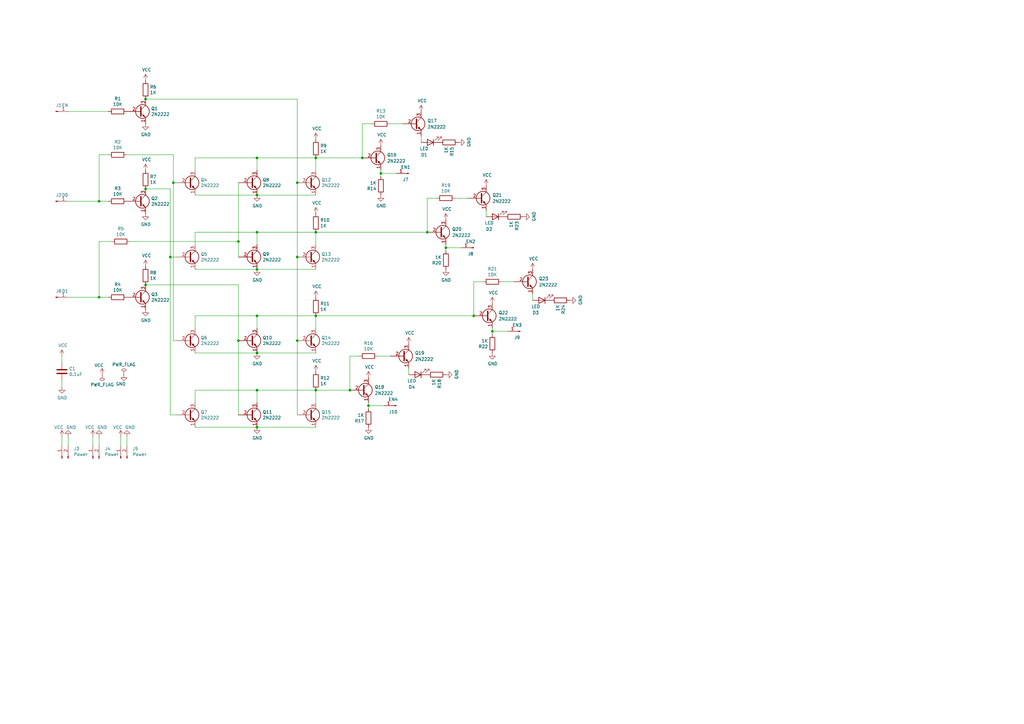
<source format=kicad_sch>
(kicad_sch (version 20230121) (generator eeschema)
  (paper "A3")
  (title_block (title "Transistor 2-to-4 Selector") (date "2023-09-12") (rev "3"))
  (lib_symbols
    (symbol "2n2222:2N2222" (pin_names (offset 0) hide)
      (property "Reference" "Q" (at 5.08 1.905 0))
      (property "Value" "2N2222" (at 5.08 0 0))
      (symbol "2N2222_0_1"
        (polyline (pts (xy 0.635 0.635) (xy 2.54 2.54)))
        (polyline (pts (xy 0.635 -0.635) (xy 2.54 -2.54) (xy 2.54 -2.54)))
        (polyline (pts (xy 0.635 1.905) (xy 0.635 -1.905) (xy 0.635 -1.905)) (stroke (width 0.508)))
        (polyline (pts (xy 1.27 -1.778) (xy 1.778 -1.27) (xy 2.286 -2.286) (xy 1.27 -1.778) (xy 1.27 -1.778)) (fill (type outline)))
        (circle (center 1.27 0) (radius 2.8194) (stroke (width 0.254)))
      )
      (symbol "2N2222_1_1"
        (pin passive line (at 2.54 -5.08 90) (length 2.54) (name "E") (number "1"))
        (pin passive line (at -5.08 0 0) (length 5.715) (name "B") (number "2"))
        (pin passive line (at 2.54 5.08 270) (length 2.54) (name "C") (number "3"))
      )
    )
    (symbol "Connector:Conn_01x01_Pin" (pin_names (offset 1.016) hide)
      (property "Reference" "J" (at 0 2.54 0))
      (property "Value" "Conn_01x01_Pin" (at 0 -2.54 0))
      (symbol "Conn_01x01_Pin_1_1"
        (polyline (pts (xy 1.27 0) (xy 0.8636 0)) (stroke (width 0.1524)))
        (rectangle (start 0.8636 0.127) (end 0 -0.127) (stroke (width 0.1524)) (fill (type outline)))
        (pin passive line (at 5.08 0 180) (length 3.81) (name "Pin_1") (number "1"))
      )
    )
    (symbol "Connector:Conn_01x02_Pin" (pin_names (offset 1.016) hide)
      (property "Reference" "J" (at 0 2.54 0))
      (property "Value" "Conn_01x02_Pin" (at 0 -5.08 0))
      (symbol "Conn_01x02_Pin_1_1"
        (polyline (pts (xy 1.27 -2.54) (xy 0.8636 -2.54)) (stroke (width 0.1524)))
        (polyline (pts (xy 1.27 0) (xy 0.8636 0)) (stroke (width 0.1524)))
        (rectangle (start 0.8636 -2.413) (end 0 -2.667) (stroke (width 0.1524)) (fill (type outline)))
        (rectangle (start 0.8636 0.127) (end 0 -0.127) (stroke (width 0.1524)) (fill (type outline)))
        (pin passive line (at 5.08 0 180) (length 3.81) (name "Pin_1") (number "1"))
        (pin passive line (at 5.08 -2.54 180) (length 3.81) (name "Pin_2") (number "2"))
      )
    )
    (symbol "Device:C" (pin_numbers hide) (pin_names (offset 0.254))
      (property "Reference" "C" (at 0.635 2.54 0))
      (property "Value" "C" (at 0.635 -2.54 0))
      (symbol "C_0_1"
        (polyline (pts (xy -2.032 -0.762) (xy 2.032 -0.762)) (stroke (width 0.508)))
        (polyline (pts (xy -2.032 0.762) (xy 2.032 0.762)) (stroke (width 0.508)))
      )
      (symbol "C_1_1"
        (pin passive line (at 0 3.81 270) (length 2.794) (name "~") (number "1"))
        (pin passive line (at 0 -3.81 90) (length 2.794) (name "~") (number "2"))
      )
    )
    (symbol "Device:LED" (pin_numbers hide) (pin_names (offset 1.016) hide)
      (property "Reference" "D" (at 0 2.54 0))
      (property "Value" "LED" (at 0 -2.54 0))
      (symbol "LED_0_1"
        (polyline (pts (xy -1.27 -1.27) (xy -1.27 1.27)) (stroke (width 0.254)))
        (polyline (pts (xy -1.27 0) (xy 1.27 0)))
        (polyline (pts (xy 1.27 -1.27) (xy 1.27 1.27) (xy -1.27 0) (xy 1.27 -1.27)) (stroke (width 0.254)))
        (polyline (pts (xy -3.048 -0.762) (xy -4.572 -2.286) (xy -3.81 -2.286) (xy -4.572 -2.286) (xy -4.572 -1.524)))
        (polyline (pts (xy -1.778 -0.762) (xy -3.302 -2.286) (xy -2.54 -2.286) (xy -3.302 -2.286) (xy -3.302 -1.524)))
      )
      (symbol "LED_1_1"
        (pin passive line (at -3.81 0 0) (length 2.54) (name "K") (number "1"))
        (pin passive line (at 3.81 0 180) (length 2.54) (name "A") (number "2"))
      )
    )
    (symbol "Device:R" (pin_numbers hide) (pin_names (offset 0))
      (property "Reference" "R" (at 2.032 0 90))
      (property "Value" "R" (at 0 0 90))
      (symbol "R_0_1"
        (rectangle (start -1.016 -2.54) (end 1.016 2.54) (stroke (width 0.254)))
      )
      (symbol "R_1_1"
        (pin passive line (at 0 3.81 270) (length 1.27) (name "~") (number "1"))
        (pin passive line (at 0 -3.81 90) (length 1.27) (name "~") (number "2"))
      )
    )
    (symbol "power:GND" (power) (pin_names (offset 0))
      (property "Value" "GND" (at 0 -3.81 0))
      (symbol "GND_0_1"
        (polyline (pts (xy 0 0) (xy 0 -1.27) (xy 1.27 -1.27) (xy 0 -2.54) (xy -1.27 -1.27) (xy 0 -1.27)))
      )
      (symbol "GND_1_1"
        (pin power_in line (at 0 0 270) (length 0) hide (name "GND") (number "1"))
      )
    )
    (symbol "power:PWR_FLAG" (power) (pin_numbers hide) (pin_names (offset 0) hide)
      (property "Value" "PWR_FLAG" (at 0 3.81 0))
      (symbol "PWR_FLAG_0_0"
        (pin power_out line (at 0 0 90) (length 0) (name "pwr") (number "1"))
      )
      (symbol "PWR_FLAG_0_1"
        (polyline (pts (xy 0 0) (xy 0 1.27) (xy -1.016 1.905) (xy 0 2.54) (xy 1.016 1.905) (xy 0 1.27)))
      )
    )
    (symbol "power:VCC" (power) (pin_names (offset 0))
      (property "Value" "VCC" (at 0 3.81 0))
      (symbol "VCC_0_1"
        (polyline (pts (xy -0.762 1.27) (xy 0 2.54)))
        (polyline (pts (xy 0 0) (xy 0 2.54)))
        (polyline (pts (xy 0 2.54) (xy 0.762 1.27)))
      )
      (symbol "VCC_1_1"
        (pin power_in line (at 0 0 90) (length 0) hide (name "VCC") (number "1"))
      )
    )
  )
  (junction (at 71.12 74.93))
  (junction (at 97.79 99.06))
  (junction (at 40.64 121.92))
  (junction (at 201.93 135.89))
  (junction (at 105.41 80.01))
  (junction (at 151.13 166.37))
  (junction (at 59.69 40.64))
  (junction (at 129.54 64.77))
  (junction (at 148.59 64.77))
  (junction (at 121.92 139.7))
  (junction (at 194.31 129.54))
  (junction (at 105.41 95.25))
  (junction (at 121.92 74.93))
  (junction (at 105.41 144.78))
  (junction (at 105.41 64.77))
  (junction (at 105.41 175.26))
  (junction (at 129.54 160.02))
  (junction (at 143.51 160.02))
  (junction (at 105.41 129.54))
  (junction (at 182.88 101.6))
  (junction (at 97.79 139.7))
  (junction (at 129.54 129.54))
  (junction (at 105.41 110.49))
  (junction (at 129.54 95.25))
  (junction (at 40.64 82.55))
  (junction (at 175.26 95.25))
  (junction (at 59.69 116.84))
  (junction (at 105.41 160.02))
  (junction (at 69.85 105.41))
  (junction (at 59.69 77.47))
  (junction (at 156.21 71.12))
  (junction (at 121.92 105.41))
  (wire (pts (xy 156.21 69.85) (xy 156.21 71.12)))
  (wire (pts (xy 201.93 135.89) (xy 208.28 135.89)))
  (wire (pts (xy 194.31 129.54) (xy 194.31 115.57)))
  (wire (pts (xy 80.01 64.77) (xy 105.41 64.77)))
  (wire (pts (xy 71.12 74.93) (xy 71.12 139.7)))
  (wire (pts (xy 53.34 99.06) (xy 97.79 99.06)))
  (wire (pts (xy 25.4 182.88) (xy 25.4 179.07)))
  (wire (pts (xy 38.1 179.07) (xy 38.1 182.88)))
  (wire (pts (xy 59.69 77.47) (xy 69.85 77.47)))
  (wire (pts (xy 105.41 95.25) (xy 129.54 95.25)))
  (wire (pts (xy 199.39 86.36) (xy 199.39 88.9)))
  (wire (pts (xy 80.01 69.85) (xy 80.01 64.77)))
  (wire (pts (xy 80.01 134.62) (xy 80.01 129.54)))
  (wire (pts (xy 143.51 146.05) (xy 147.32 146.05)))
  (wire (pts (xy 27.94 182.88) (xy 27.94 179.07)))
  (wire (pts (xy 121.92 139.7) (xy 121.92 170.18)))
  (wire (pts (xy 97.79 116.84) (xy 97.79 139.7)))
  (wire (pts (xy 69.85 105.41) (xy 72.39 105.41)))
  (wire (pts (xy 129.54 129.54) (xy 194.31 129.54)))
  (wire (pts (xy 105.41 144.78) (xy 129.54 144.78)))
  (wire (pts (xy 97.79 139.7) (xy 97.79 170.18)))
  (wire (pts (xy 40.64 121.92) (xy 44.45 121.92)))
  (wire (pts (xy 121.92 105.41) (xy 121.92 139.7)))
  (wire (pts (xy 105.41 80.01) (xy 129.54 80.01)))
  (wire (pts (xy 105.41 69.85) (xy 105.41 64.77)))
  (wire (pts (xy 27.94 45.72) (xy 44.45 45.72)))
  (wire (pts (xy 52.07 182.88) (xy 52.07 179.07)))
  (wire (pts (xy 151.13 166.37) (xy 157.48 166.37)))
  (wire (pts (xy 129.54 95.25) (xy 129.54 100.33)))
  (wire (pts (xy 80.01 95.25) (xy 105.41 95.25)))
  (wire (pts (xy 151.13 165.1) (xy 151.13 166.37)))
  (wire (pts (xy 80.01 129.54) (xy 105.41 129.54)))
  (wire (pts (xy 148.59 64.77) (xy 148.59 50.8)))
  (wire (pts (xy 129.54 64.77) (xy 148.59 64.77)))
  (wire (pts (xy 80.01 160.02) (xy 105.41 160.02)))
  (wire (pts (xy 156.21 71.12) (xy 162.56 71.12)))
  (wire (pts (xy 80.01 80.01) (xy 105.41 80.01)))
  (wire (pts (xy 80.01 175.26) (xy 105.41 175.26)))
  (wire (pts (xy 172.72 55.88) (xy 172.72 58.42)))
  (wire (pts (xy 121.92 40.64) (xy 121.92 74.93)))
  (wire (pts (xy 105.41 129.54) (xy 129.54 129.54)))
  (wire (pts (xy 105.41 100.33) (xy 105.41 95.25)))
  (wire (pts (xy 40.64 63.5) (xy 40.64 82.55)))
  (wire (pts (xy 25.4 146.05) (xy 25.4 148.59)))
  (wire (pts (xy 71.12 139.7) (xy 72.39 139.7)))
  (wire (pts (xy 44.45 63.5) (xy 40.64 63.5)))
  (wire (pts (xy 186.69 81.28) (xy 191.77 81.28)))
  (wire (pts (xy 194.31 115.57) (xy 198.12 115.57)))
  (wire (pts (xy 40.64 82.55) (xy 44.45 82.55)))
  (wire (pts (xy 97.79 99.06) (xy 97.79 105.41)))
  (wire (pts (xy 175.26 81.28) (xy 179.07 81.28)))
  (wire (pts (xy 27.94 121.92) (xy 40.64 121.92)))
  (wire (pts (xy 105.41 64.77) (xy 129.54 64.77)))
  (wire (pts (xy 80.01 165.1) (xy 80.01 160.02)))
  (wire (pts (xy 105.41 175.26) (xy 129.54 175.26)))
  (wire (pts (xy 105.41 110.49) (xy 129.54 110.49)))
  (wire (pts (xy 129.54 95.25) (xy 175.26 95.25)))
  (wire (pts (xy 121.92 40.64) (xy 59.69 40.64)))
  (wire (pts (xy 201.93 134.62) (xy 201.93 135.89)))
  (wire (pts (xy 167.64 151.13) (xy 167.64 153.67)))
  (wire (pts (xy 148.59 50.8) (xy 152.4 50.8)))
  (wire (pts (xy 105.41 165.1) (xy 105.41 160.02)))
  (wire (pts (xy 218.44 120.65) (xy 218.44 123.19)))
  (wire (pts (xy 80.01 144.78) (xy 105.41 144.78)))
  (wire (pts (xy 151.13 166.37) (xy 151.13 167.64)))
  (wire (pts (xy 40.64 182.88) (xy 40.64 179.07)))
  (wire (pts (xy 49.53 179.07) (xy 49.53 182.88)))
  (wire (pts (xy 143.51 160.02) (xy 143.51 146.05)))
  (wire (pts (xy 97.79 74.93) (xy 97.79 99.06)))
  (wire (pts (xy 175.26 95.25) (xy 175.26 81.28)))
  (wire (pts (xy 182.88 100.33) (xy 182.88 101.6)))
  (wire (pts (xy 201.93 135.89) (xy 201.93 137.16)))
  (wire (pts (xy 71.12 63.5) (xy 71.12 74.93)))
  (wire (pts (xy 121.92 74.93) (xy 121.92 105.41)))
  (wire (pts (xy 156.21 71.12) (xy 156.21 72.39)))
  (wire (pts (xy 80.01 110.49) (xy 105.41 110.49)))
  (wire (pts (xy 97.79 116.84) (xy 59.69 116.84)))
  (wire (pts (xy 71.12 74.93) (xy 72.39 74.93)))
  (wire (pts (xy 52.07 63.5) (xy 71.12 63.5)))
  (wire (pts (xy 40.64 99.06) (xy 40.64 121.92)))
  (wire (pts (xy 80.01 100.33) (xy 80.01 95.25)))
  (wire (pts (xy 154.94 146.05) (xy 160.02 146.05)))
  (wire (pts (xy 105.41 134.62) (xy 105.41 129.54)))
  (wire (pts (xy 69.85 170.18) (xy 72.39 170.18)))
  (wire (pts (xy 182.88 101.6) (xy 189.23 101.6)))
  (wire (pts (xy 40.64 99.06) (xy 45.72 99.06)))
  (wire (pts (xy 69.85 77.47) (xy 69.85 105.41)))
  (wire (pts (xy 129.54 160.02) (xy 129.54 165.1)))
  (wire (pts (xy 129.54 64.77) (xy 129.54 69.85)))
  (wire (pts (xy 129.54 160.02) (xy 143.51 160.02)))
  (wire (pts (xy 182.88 101.6) (xy 182.88 102.87)))
  (wire (pts (xy 160.02 50.8) (xy 165.1 50.8)))
  (wire (pts (xy 129.54 129.54) (xy 129.54 134.62)))
  (wire (pts (xy 105.41 160.02) (xy 129.54 160.02)))
  (wire (pts (xy 25.4 156.21) (xy 25.4 158.75)))
  (wire (pts (xy 69.85 105.41) (xy 69.85 170.18)))
  (wire (pts (xy 27.94 82.55) (xy 40.64 82.55)))
  (wire (pts (xy 205.74 115.57) (xy 210.82 115.57)))
  (symbol (lib_id "Connector:Conn_01x01_Pin") (at 22.86 82.55 0) (unit 1)
    (property "Reference" "J2" (at 24.13 80.01 0))
    (property "Value" "D0" (at 26.67 80.01 0))
    (property "Footprint" "Connector_PinHeader_2.54mm:PinHeader_1x01_P2.54mm_Vertical" (effects hide))
  )
  (symbol (lib_id "Device:R") (at 48.26 82.55 270) (unit 1)
    (property "Reference" "R3" (at 48.26 77.2922 90))
    (property "Value" "10K" (at 48.26 79.6036 90))
    (property "Footprint" "Resistor_THT:R_Axial_DIN0309_L9.0mm_D3.2mm_P12.70mm_Horizontal" (effects hide))
  )
  (symbol (lib_id "2n2222:2N2222") (at 57.15 82.55 0) (unit 1)
    (property "Reference" "Q2" (at 61.976 81.3816 0) (effects (justify left)))
    (property "Value" "2N2222" (at 61.976 83.693 0) (effects (justify left)))
    (property "Footprint" "Package_TO_SOT_THT:TO-92_Inline" (effects hide))
    (property "Datasheet" "https://www.fairchildsemi.com/datasheets/2N/2N3904.pdf" (effects hide))
  )
  (symbol (lib_id "Connector:Conn_01x02_Pin") (at 38.1 187.96 90) (unit 1)
    (property "Reference" "J4" (at 42.8752 184.0484 90) (effects (justify right)))
    (property "Value" "Power" (at 42.8752 186.3598 90) (effects (justify right)))
    (property "Footprint" "Connector_PinHeader_2.54mm:PinHeader_1x02_P2.54mm_Vertical" (effects hide))
  )
  (symbol (lib_id "Device:R") (at 59.69 73.66 0) (unit 1)
    (property "Reference" "R7" (at 61.468 72.4916 0) (effects (justify left)))
    (property "Value" "1K" (at 61.468 74.803 0) (effects (justify left)))
    (property "Footprint" "Resistor_THT:R_Axial_DIN0309_L9.0mm_D3.2mm_P12.70mm_Horizontal" (effects hide))
  )
  (symbol (lib_id "Connector:Conn_01x02_Pin") (at 49.53 187.96 90) (unit 1)
    (property "Reference" "J5" (at 54.3052 184.0484 90) (effects (justify right)))
    (property "Value" "Power" (at 54.3052 186.3598 90) (effects (justify right)))
    (property "Footprint" "Connector_PinHeader_2.54mm:PinHeader_1x02_P2.54mm_Vertical" (effects hide))
  )
  (symbol (lib_id "power:VCC") (at 59.69 69.85 0) (unit 1)
    (property "Reference" "#PWR011" (effects hide))
    (property "Value" "VCC" (at 60.1218 65.4558 0))
  )
  (symbol (lib_id "power:GND") (at 40.64 179.07 180) (unit 1)
    (property "Reference" "#PWR06" (effects hide))
    (property "Value" "GND" (at 41.91 175.26 0))
  )
  (symbol (lib_id "power:GND") (at 59.69 87.63 0) (unit 1)
    (property "Reference" "#PWR012" (effects hide))
    (property "Value" "GND" (at 59.817 92.0242 0))
  )
  (symbol (lib_id "power:GND") (at 52.07 179.07 180) (unit 1)
    (property "Reference" "#PWR08" (effects hide))
    (property "Value" "GND" (at 53.34 175.26 0))
  )
  (symbol (lib_id "power:VCC") (at 38.1 179.07 0) (unit 1)
    (property "Reference" "#PWR05" (effects hide))
    (property "Value" "VCC" (at 36.83 175.26 0))
  )
  (symbol (lib_id "power:VCC") (at 49.53 179.07 0) (unit 1)
    (property "Reference" "#PWR07" (effects hide))
    (property "Value" "VCC" (at 48.26 175.26 0))
  )
  (symbol (lib_id "power:VCC") (at 25.4 146.05 0) (unit 1)
    (property "Reference" "#PWR01" (effects hide))
    (property "Value" "VCC" (at 25.8318 141.6558 0))
  )
  (symbol (lib_id "power:GND") (at 25.4 158.75 0) (unit 1)
    (property "Reference" "#PWR02" (effects hide))
    (property "Value" "GND" (at 25.527 163.1442 0))
  )
  (symbol (lib_id "Device:C") (at 25.4 152.4 0) (unit 1)
    (property "Reference" "C1" (at 28.321 151.2316 0) (effects (justify left)))
    (property "Value" "0.1uF" (at 28.321 153.543 0) (effects (justify left)))
    (property "Footprint" "Capacitor_THT:C_Disc_D4.3mm_W1.9mm_P5.00mm" (effects hide))
  )
  (symbol (lib_id "Connector:Conn_01x02_Pin") (at 25.4 187.96 90) (unit 1)
    (property "Reference" "J3" (at 30.1752 184.0484 90) (effects (justify right)))
    (property "Value" "Power" (at 30.1752 186.3598 90) (effects (justify right)))
    (property "Footprint" "Connector_PinHeader_2.54mm:PinHeader_1x02_P2.54mm_Vertical" (effects hide))
  )
  (symbol (lib_id "power:VCC") (at 25.4 179.07 0) (unit 1)
    (property "Reference" "#PWR03" (effects hide))
    (property "Value" "VCC" (at 24.13 175.26 0))
  )
  (symbol (lib_id "power:GND") (at 27.94 179.07 180) (unit 1)
    (property "Reference" "#PWR04" (effects hide))
    (property "Value" "GND" (at 29.21 175.26 0))
  )
  (symbol (lib_id "Connector:Conn_01x01_Pin") (at 22.86 121.92 0) (unit 1)
    (property "Reference" "J6" (at 24.13 119.38 0))
    (property "Value" "D1" (at 26.67 119.38 0))
    (property "Footprint" "Connector_PinHeader_2.54mm:PinHeader_1x01_P2.54mm_Vertical" (effects hide))
  )
  (symbol (lib_id "Connector:Conn_01x01_Pin") (at 22.86 45.72 0) (unit 1)
    (property "Reference" "J1" (at 24.13 43.18 0))
    (property "Value" "EN" (at 26.67 43.18 0))
    (property "Footprint" "Connector_PinHeader_2.54mm:PinHeader_1x01_P2.54mm_Vertical" (effects hide))
  )
  (symbol (lib_id "2n2222:2N2222") (at 102.87 74.93 0) (unit 1)
    (property "Reference" "Q8" (at 107.696 73.7616 0) (effects (justify left)))
    (property "Value" "2N2222" (at 107.696 76.073 0) (effects (justify left)))
    (property "Footprint" "Package_TO_SOT_THT:TO-92_Inline" (effects hide))
    (property "Datasheet" "https://www.fairchildsemi.com/datasheets/2N/2N3904.pdf" (effects hide))
  )
  (symbol (lib_id "2n2222:2N2222") (at 77.47 74.93 0) (unit 1)
    (property "Reference" "Q4" (at 82.296 73.7616 0) (effects (justify left)))
    (property "Value" "2N2222" (at 82.296 76.073 0) (effects (justify left)))
    (property "Footprint" "Package_TO_SOT_THT:TO-92_Inline" (effects hide))
    (property "Datasheet" "https://www.fairchildsemi.com/datasheets/2N/2N3904.pdf" (effects hide))
  )
  (symbol (lib_id "Device:R") (at 48.26 63.5 270) (unit 1)
    (property "Reference" "R2" (at 48.26 58.2422 90))
    (property "Value" "10K" (at 48.26 60.5536 90))
    (property "Footprint" "Resistor_THT:R_Axial_DIN0309_L9.0mm_D3.2mm_P12.70mm_Horizontal" (effects hide))
  )
  (symbol (lib_id "power:GND") (at 105.41 80.01 0) (unit 1)
    (property "Reference" "#PWR015" (effects hide))
    (property "Value" "GND" (at 105.537 84.4042 0))
  )
  (symbol (lib_id "Device:R") (at 48.26 121.92 270) (unit 1)
    (property "Reference" "R4" (at 48.26 116.6622 90))
    (property "Value" "10K" (at 48.26 118.9736 90))
    (property "Footprint" "Resistor_THT:R_Axial_DIN0309_L9.0mm_D3.2mm_P12.70mm_Horizontal" (effects hide))
  )
  (symbol (lib_id "2n2222:2N2222") (at 57.15 121.92 0) (unit 1)
    (property "Reference" "Q3" (at 61.976 120.7516 0) (effects (justify left)))
    (property "Value" "2N2222" (at 61.976 123.063 0) (effects (justify left)))
    (property "Footprint" "Package_TO_SOT_THT:TO-92_Inline" (effects hide))
    (property "Datasheet" "https://www.fairchildsemi.com/datasheets/2N/2N3904.pdf" (effects hide))
  )
  (symbol (lib_id "Device:R") (at 59.69 113.03 0) (unit 1)
    (property "Reference" "R8" (at 61.468 111.8616 0) (effects (justify left)))
    (property "Value" "1K" (at 61.468 114.173 0) (effects (justify left)))
    (property "Footprint" "Resistor_THT:R_Axial_DIN0309_L9.0mm_D3.2mm_P12.70mm_Horizontal" (effects hide))
  )
  (symbol (lib_id "power:VCC") (at 59.69 109.22 0) (unit 1)
    (property "Reference" "#PWR013" (effects hide))
    (property "Value" "VCC" (at 60.1218 104.8258 0))
  )
  (symbol (lib_id "power:GND") (at 59.69 127 0) (unit 1)
    (property "Reference" "#PWR014" (effects hide))
    (property "Value" "GND" (at 59.817 131.3942 0))
  )
  (symbol (lib_id "Device:R") (at 49.53 99.06 270) (unit 1)
    (property "Reference" "R5" (at 49.53 93.8022 90))
    (property "Value" "10K" (at 49.53 96.1136 90))
    (property "Footprint" "Resistor_THT:R_Axial_DIN0309_L9.0mm_D3.2mm_P12.70mm_Horizontal" (effects hide))
  )
  (symbol (lib_id "Connector:Conn_01x01_Pin") (at 167.64 71.12 180) (unit 1)
    (property "Reference" "J7" (at 166.37 73.66 0))
    (property "Value" "EN1" (at 166.37 68.58 0))
    (property "Footprint" "Connector_PinHeader_2.54mm:PinHeader_1x01_P2.54mm_Vertical" (effects hide))
  )
  (symbol (lib_id "Device:R") (at 48.26 45.72 270) (unit 1)
    (property "Reference" "R1" (at 48.26 40.4622 90))
    (property "Value" "10K" (at 48.26 42.7736 90))
    (property "Footprint" "Resistor_THT:R_Axial_DIN0309_L9.0mm_D3.2mm_P12.70mm_Horizontal" (effects hide))
  )
  (symbol (lib_id "2n2222:2N2222") (at 57.15 45.72 0) (unit 1)
    (property "Reference" "Q1" (at 61.976 44.5516 0) (effects (justify left)))
    (property "Value" "2N2222" (at 61.976 46.863 0) (effects (justify left)))
    (property "Footprint" "Package_TO_SOT_THT:TO-92_Inline" (effects hide))
    (property "Datasheet" "https://www.fairchildsemi.com/datasheets/2N/2N3904.pdf" (effects hide))
  )
  (symbol (lib_id "Device:R") (at 59.69 36.83 0) (unit 1)
    (property "Reference" "R6" (at 61.468 35.6616 0) (effects (justify left)))
    (property "Value" "1K" (at 61.468 37.973 0) (effects (justify left)))
    (property "Footprint" "Resistor_THT:R_Axial_DIN0309_L9.0mm_D3.2mm_P12.70mm_Horizontal" (effects hide))
  )
  (symbol (lib_id "power:VCC") (at 59.69 33.02 0) (unit 1)
    (property "Reference" "#PWR09" (effects hide))
    (property "Value" "VCC" (at 60.1218 28.6258 0))
  )
  (symbol (lib_id "power:GND") (at 59.69 50.8 0) (unit 1)
    (property "Reference" "#PWR010" (effects hide))
    (property "Value" "GND" (at 59.817 55.1942 0))
  )
  (symbol (lib_id "2n2222:2N2222") (at 127 74.93 0) (unit 1)
    (property "Reference" "Q12" (at 131.826 73.7616 0) (effects (justify left)))
    (property "Value" "2N2222" (at 131.826 76.073 0) (effects (justify left)))
    (property "Footprint" "Package_TO_SOT_THT:TO-92_Inline" (effects hide))
    (property "Datasheet" "https://www.fairchildsemi.com/datasheets/2N/2N3904.pdf" (effects hide))
  )
  (symbol (lib_id "Device:R") (at 129.54 60.96 0) (unit 1)
    (property "Reference" "R9" (at 131.318 59.7916 0) (effects (justify left)))
    (property "Value" "1K" (at 131.318 62.103 0) (effects (justify left)))
    (property "Footprint" "Resistor_THT:R_Axial_DIN0309_L9.0mm_D3.2mm_P12.70mm_Horizontal" (effects hide))
  )
  (symbol (lib_id "power:VCC") (at 129.54 57.15 0) (unit 1)
    (property "Reference" "#PWR019" (effects hide))
    (property "Value" "VCC" (at 129.9718 52.7558 0))
  )
  (symbol (lib_id "2n2222:2N2222") (at 102.87 105.41 0) (unit 1)
    (property "Reference" "Q9" (at 107.696 104.2416 0) (effects (justify left)))
    (property "Value" "2N2222" (at 107.696 106.553 0) (effects (justify left)))
    (property "Footprint" "Package_TO_SOT_THT:TO-92_Inline" (effects hide))
    (property "Datasheet" "https://www.fairchildsemi.com/datasheets/2N/2N3904.pdf" (effects hide))
  )
  (symbol (lib_id "2n2222:2N2222") (at 77.47 105.41 0) (unit 1)
    (property "Reference" "Q5" (at 82.296 104.2416 0) (effects (justify left)))
    (property "Value" "2N2222" (at 82.296 106.553 0) (effects (justify left)))
    (property "Footprint" "Package_TO_SOT_THT:TO-92_Inline" (effects hide))
    (property "Datasheet" "https://www.fairchildsemi.com/datasheets/2N/2N3904.pdf" (effects hide))
  )
  (symbol (lib_id "power:GND") (at 105.41 110.49 0) (unit 1)
    (property "Reference" "#PWR016" (effects hide))
    (property "Value" "GND" (at 105.537 114.8842 0))
  )
  (symbol (lib_id "Connector:Conn_01x01_Pin") (at 194.31 101.6 180) (unit 1)
    (property "Reference" "J8" (at 193.04 104.14 0))
    (property "Value" "EN2" (at 193.04 99.06 0))
    (property "Footprint" "Connector_PinHeader_2.54mm:PinHeader_1x01_P2.54mm_Vertical" (effects hide))
  )
  (symbol (lib_id "2n2222:2N2222") (at 127 105.41 0) (unit 1)
    (property "Reference" "Q13" (at 131.826 104.2416 0) (effects (justify left)))
    (property "Value" "2N2222" (at 131.826 106.553 0) (effects (justify left)))
    (property "Footprint" "Package_TO_SOT_THT:TO-92_Inline" (effects hide))
    (property "Datasheet" "https://www.fairchildsemi.com/datasheets/2N/2N3904.pdf" (effects hide))
  )
  (symbol (lib_id "Device:R") (at 129.54 91.44 0) (unit 1)
    (property "Reference" "R10" (at 131.318 90.2716 0) (effects (justify left)))
    (property "Value" "1K" (at 131.318 92.583 0) (effects (justify left)))
    (property "Footprint" "Resistor_THT:R_Axial_DIN0309_L9.0mm_D3.2mm_P12.70mm_Horizontal" (effects hide))
  )
  (symbol (lib_id "power:VCC") (at 129.54 87.63 0) (unit 1)
    (property "Reference" "#PWR020" (effects hide))
    (property "Value" "VCC" (at 129.9718 83.2358 0))
  )
  (symbol (lib_id "2n2222:2N2222") (at 102.87 139.7 0) (unit 1)
    (property "Reference" "Q10" (at 107.696 138.5316 0) (effects (justify left)))
    (property "Value" "2N2222" (at 107.696 140.843 0) (effects (justify left)))
    (property "Footprint" "Package_TO_SOT_THT:TO-92_Inline" (effects hide))
    (property "Datasheet" "https://www.fairchildsemi.com/datasheets/2N/2N3904.pdf" (effects hide))
  )
  (symbol (lib_id "2n2222:2N2222") (at 77.47 139.7 0) (unit 1)
    (property "Reference" "Q6" (at 82.296 138.5316 0) (effects (justify left)))
    (property "Value" "2N2222" (at 82.296 140.843 0) (effects (justify left)))
    (property "Footprint" "Package_TO_SOT_THT:TO-92_Inline" (effects hide))
    (property "Datasheet" "https://www.fairchildsemi.com/datasheets/2N/2N3904.pdf" (effects hide))
  )
  (symbol (lib_id "power:GND") (at 105.41 144.78 0) (unit 1)
    (property "Reference" "#PWR017" (effects hide))
    (property "Value" "GND" (at 105.537 149.1742 0))
  )
  (symbol (lib_id "Connector:Conn_01x01_Pin") (at 213.36 135.89 180) (unit 1)
    (property "Reference" "J9" (at 212.09 138.43 0))
    (property "Value" "EN3" (at 212.09 133.35 0))
    (property "Footprint" "Connector_PinHeader_2.54mm:PinHeader_1x01_P2.54mm_Vertical" (effects hide))
  )
  (symbol (lib_id "2n2222:2N2222") (at 127 139.7 0) (unit 1)
    (property "Reference" "Q14" (at 131.826 138.5316 0) (effects (justify left)))
    (property "Value" "2N2222" (at 131.826 140.843 0) (effects (justify left)))
    (property "Footprint" "Package_TO_SOT_THT:TO-92_Inline" (effects hide))
    (property "Datasheet" "https://www.fairchildsemi.com/datasheets/2N/2N3904.pdf" (effects hide))
  )
  (symbol (lib_id "Device:R") (at 129.54 125.73 0) (unit 1)
    (property "Reference" "R11" (at 131.318 124.5616 0) (effects (justify left)))
    (property "Value" "1K" (at 131.318 126.873 0) (effects (justify left)))
    (property "Footprint" "Resistor_THT:R_Axial_DIN0309_L9.0mm_D3.2mm_P12.70mm_Horizontal" (effects hide))
  )
  (symbol (lib_id "power:VCC") (at 129.54 121.92 0) (unit 1)
    (property "Reference" "#PWR021" (effects hide))
    (property "Value" "VCC" (at 129.9718 117.5258 0))
  )
  (symbol (lib_id "2n2222:2N2222") (at 102.87 170.18 0) (unit 1)
    (property "Reference" "Q11" (at 107.696 169.0116 0) (effects (justify left)))
    (property "Value" "2N2222" (at 107.696 171.323 0) (effects (justify left)))
    (property "Footprint" "Package_TO_SOT_THT:TO-92_Inline" (effects hide))
    (property "Datasheet" "https://www.fairchildsemi.com/datasheets/2N/2N3904.pdf" (effects hide))
  )
  (symbol (lib_id "2n2222:2N2222") (at 77.47 170.18 0) (unit 1)
    (property "Reference" "Q7" (at 82.296 169.0116 0) (effects (justify left)))
    (property "Value" "2N2222" (at 82.296 171.323 0) (effects (justify left)))
    (property "Footprint" "Package_TO_SOT_THT:TO-92_Inline" (effects hide))
    (property "Datasheet" "https://www.fairchildsemi.com/datasheets/2N/2N3904.pdf" (effects hide))
  )
  (symbol (lib_id "power:GND") (at 105.41 175.26 0) (unit 1)
    (property "Reference" "#PWR018" (effects hide))
    (property "Value" "GND" (at 105.537 179.6542 0))
  )
  (symbol (lib_id "Connector:Conn_01x01_Pin") (at 162.56 166.37 180) (unit 1)
    (property "Reference" "J10" (at 161.29 168.91 0))
    (property "Value" "EN4" (at 161.29 163.83 0))
    (property "Footprint" "Connector_PinHeader_2.54mm:PinHeader_1x01_P2.54mm_Vertical" (effects hide))
  )
  (symbol (lib_id "2n2222:2N2222") (at 127 170.18 0) (unit 1)
    (property "Reference" "Q15" (at 131.826 169.0116 0) (effects (justify left)))
    (property "Value" "2N2222" (at 131.826 171.323 0) (effects (justify left)))
    (property "Footprint" "Package_TO_SOT_THT:TO-92_Inline" (effects hide))
    (property "Datasheet" "https://www.fairchildsemi.com/datasheets/2N/2N3904.pdf" (effects hide))
  )
  (symbol (lib_id "Device:R") (at 129.54 156.21 0) (unit 1)
    (property "Reference" "R12" (at 131.318 155.0416 0) (effects (justify left)))
    (property "Value" "1K" (at 131.318 157.353 0) (effects (justify left)))
    (property "Footprint" "Resistor_THT:R_Axial_DIN0309_L9.0mm_D3.2mm_P12.70mm_Horizontal" (effects hide))
  )
  (symbol (lib_id "power:VCC") (at 129.54 152.4 0) (unit 1)
    (property "Reference" "#PWR022" (effects hide))
    (property "Value" "VCC" (at 129.9718 148.0058 0))
  )
  (symbol (lib_id "Device:R") (at 156.21 50.8 270) (unit 1)
    (property "Reference" "R13" (at 156.21 45.5422 90))
    (property "Value" "10K" (at 156.21 47.8536 90))
    (property "Footprint" "Resistor_THT:R_Axial_DIN0309_L9.0mm_D3.2mm_P12.70mm_Horizontal" (effects hide))
  )
  (symbol (lib_id "2n2222:2N2222") (at 170.18 50.8 0) (unit 1)
    (property "Reference" "Q17" (at 175.26 49.53 0) (effects (justify left)))
    (property "Value" "2N2222" (at 175.26 52.07 0) (effects (justify left)))
    (property "Footprint" "Package_TO_SOT_THT:TO-92_Inline" (effects hide))
    (property "Datasheet" "https://www.fairchildsemi.com/datasheets/2N/2N3904.pdf" (effects hide))
  )
  (symbol (lib_id "power:VCC") (at 172.72 45.72 0) (unit 1)
    (property "Reference" "#PWR0101" (effects hide))
    (property "Value" "VCC" (at 173.1518 41.3258 0))
  )
  (symbol (lib_id "Device:R") (at 184.15 58.42 270) (unit 1)
    (property "Reference" "R15" (at 185.3184 60.198 0) (effects (justify left)))
    (property "Value" "1K" (at 183.007 60.198 0) (effects (justify left)))
    (property "Footprint" "Resistor_THT:R_Axial_DIN0309_L9.0mm_D3.2mm_P12.70mm_Horizontal" (effects hide))
  )
  (symbol (lib_id "Device:LED") (at 176.53 58.42 180) (unit 1)
    (property "Reference" "D1" (at 173.99 63.5 0))
    (property "Value" "LED" (at 173.99 60.96 0))
    (property "Footprint" "LED_THT:LED_D5.0mm" (effects hide))
  )
  (symbol (lib_id "power:GND") (at 187.96 58.42 90) (unit 1)
    (property "Reference" "#PWR0102" (effects hide))
    (property "Value" "GND" (at 192.3542 58.293 0))
  )
  (symbol (lib_id "2n2222:2N2222") (at 153.67 64.77 0) (unit 1)
    (property "Reference" "Q16" (at 158.75 63.5 0) (effects (justify left)))
    (property "Value" "2N2222" (at 158.75 66.04 0) (effects (justify left)))
    (property "Footprint" "Package_TO_SOT_THT:TO-92_Inline" (effects hide))
    (property "Datasheet" "https://www.fairchildsemi.com/datasheets/2N/2N3904.pdf" (effects hide))
  )
  (symbol (lib_id "power:VCC") (at 156.21 59.69 0) (unit 1)
    (property "Reference" "#PWR0103" (effects hide))
    (property "Value" "VCC" (at 156.6418 55.2958 0))
  )
  (symbol (lib_id "Device:R") (at 156.21 76.2 180) (unit 1)
    (property "Reference" "R14" (at 154.432 77.3684 0) (effects (justify left)))
    (property "Value" "1K" (at 154.432 75.057 0) (effects (justify left)))
    (property "Footprint" "Resistor_THT:R_Axial_DIN0309_L9.0mm_D3.2mm_P12.70mm_Horizontal" (effects hide))
  )
  (symbol (lib_id "power:GND") (at 156.21 80.01 0) (unit 1)
    (property "Reference" "#PWR0104" (effects hide))
    (property "Value" "GND" (at 156.337 84.4042 0))
  )
  (symbol (lib_id "Device:R") (at 182.88 81.28 270) (unit 1)
    (property "Reference" "R19" (at 182.88 76.0222 90))
    (property "Value" "10K" (at 182.88 78.3336 90))
    (property "Footprint" "Resistor_THT:R_Axial_DIN0309_L9.0mm_D3.2mm_P12.70mm_Horizontal" (effects hide))
  )
  (symbol (lib_id "2n2222:2N2222") (at 196.85 81.28 0) (unit 1)
    (property "Reference" "Q21" (at 201.93 80.01 0) (effects (justify left)))
    (property "Value" "2N2222" (at 201.93 82.55 0) (effects (justify left)))
    (property "Footprint" "Package_TO_SOT_THT:TO-92_Inline" (effects hide))
    (property "Datasheet" "https://www.fairchildsemi.com/datasheets/2N/2N3904.pdf" (effects hide))
  )
  (symbol (lib_id "power:VCC") (at 199.39 76.2 0) (unit 1)
    (property "Reference" "#PWR0105" (effects hide))
    (property "Value" "VCC" (at 199.8218 71.8058 0))
  )
  (symbol (lib_id "Device:LED") (at 203.2 88.9 180) (unit 1)
    (property "Reference" "D2" (at 200.66 93.98 0))
    (property "Value" "LED" (at 200.66 91.44 0))
    (property "Footprint" "LED_THT:LED_D5.0mm" (effects hide))
  )
  (symbol (lib_id "power:GND") (at 214.63 88.9 90) (unit 1)
    (property "Reference" "#PWR0106" (effects hide))
    (property "Value" "GND" (at 219.0242 88.773 0))
  )
  (symbol (lib_id "Device:R") (at 210.82 88.9 270) (unit 1)
    (property "Reference" "R23" (at 211.9884 90.678 0) (effects (justify left)))
    (property "Value" "1K" (at 209.677 90.678 0) (effects (justify left)))
    (property "Footprint" "Resistor_THT:R_Axial_DIN0309_L9.0mm_D3.2mm_P12.70mm_Horizontal" (effects hide))
  )
  (symbol (lib_id "2n2222:2N2222") (at 180.34 95.25 0) (unit 1)
    (property "Reference" "Q20" (at 185.42 93.98 0) (effects (justify left)))
    (property "Value" "2N2222" (at 185.42 96.52 0) (effects (justify left)))
    (property "Footprint" "Package_TO_SOT_THT:TO-92_Inline" (effects hide))
    (property "Datasheet" "https://www.fairchildsemi.com/datasheets/2N/2N3904.pdf" (effects hide))
  )
  (symbol (lib_id "power:VCC") (at 182.88 90.17 0) (unit 1)
    (property "Reference" "#PWR0107" (effects hide))
    (property "Value" "VCC" (at 183.3118 85.7758 0))
  )
  (symbol (lib_id "Device:R") (at 182.88 106.68 180) (unit 1)
    (property "Reference" "R20" (at 181.102 107.8484 0) (effects (justify left)))
    (property "Value" "1K" (at 181.102 105.537 0) (effects (justify left)))
    (property "Footprint" "Resistor_THT:R_Axial_DIN0309_L9.0mm_D3.2mm_P12.70mm_Horizontal" (effects hide))
  )
  (symbol (lib_id "power:GND") (at 182.88 110.49 0) (unit 1)
    (property "Reference" "#PWR0108" (effects hide))
    (property "Value" "GND" (at 183.007 114.8842 0))
  )
  (symbol (lib_id "Device:R") (at 201.93 115.57 270) (unit 1)
    (property "Reference" "R21" (at 201.93 110.3122 90))
    (property "Value" "10K" (at 201.93 112.6236 90))
    (property "Footprint" "Resistor_THT:R_Axial_DIN0309_L9.0mm_D3.2mm_P12.70mm_Horizontal" (effects hide))
  )
  (symbol (lib_id "2n2222:2N2222") (at 215.9 115.57 0) (unit 1)
    (property "Reference" "Q23" (at 220.98 114.3 0) (effects (justify left)))
    (property "Value" "2N2222" (at 220.98 116.84 0) (effects (justify left)))
    (property "Footprint" "Package_TO_SOT_THT:TO-92_Inline" (effects hide))
    (property "Datasheet" "https://www.fairchildsemi.com/datasheets/2N/2N3904.pdf" (effects hide))
  )
  (symbol (lib_id "power:VCC") (at 218.44 110.49 0) (unit 1)
    (property "Reference" "#PWR0109" (effects hide))
    (property "Value" "VCC" (at 218.8718 106.0958 0))
  )
  (symbol (lib_id "Device:LED") (at 222.25 123.19 180) (unit 1)
    (property "Reference" "D3" (at 219.71 128.27 0))
    (property "Value" "LED" (at 219.71 125.73 0))
    (property "Footprint" "LED_THT:LED_D5.0mm" (effects hide))
  )
  (symbol (lib_id "power:GND") (at 233.68 123.19 90) (unit 1)
    (property "Reference" "#PWR0110" (effects hide))
    (property "Value" "GND" (at 238.0742 123.063 0))
  )
  (symbol (lib_id "Device:R") (at 229.87 123.19 270) (unit 1)
    (property "Reference" "R24" (at 231.0384 124.968 0) (effects (justify left)))
    (property "Value" "1K" (at 228.727 124.968 0) (effects (justify left)))
    (property "Footprint" "Resistor_THT:R_Axial_DIN0309_L9.0mm_D3.2mm_P12.70mm_Horizontal" (effects hide))
  )
  (symbol (lib_id "2n2222:2N2222") (at 199.39 129.54 0) (unit 1)
    (property "Reference" "Q22" (at 204.47 128.27 0) (effects (justify left)))
    (property "Value" "2N2222" (at 204.47 130.81 0) (effects (justify left)))
    (property "Footprint" "Package_TO_SOT_THT:TO-92_Inline" (effects hide))
    (property "Datasheet" "https://www.fairchildsemi.com/datasheets/2N/2N3904.pdf" (effects hide))
  )
  (symbol (lib_id "power:VCC") (at 201.93 124.46 0) (unit 1)
    (property "Reference" "#PWR0111" (effects hide))
    (property "Value" "VCC" (at 202.3618 120.0658 0))
  )
  (symbol (lib_id "Device:R") (at 201.93 140.97 180) (unit 1)
    (property "Reference" "R22" (at 200.152 142.1384 0) (effects (justify left)))
    (property "Value" "1K" (at 200.152 139.827 0) (effects (justify left)))
    (property "Footprint" "Resistor_THT:R_Axial_DIN0309_L9.0mm_D3.2mm_P12.70mm_Horizontal" (effects hide))
  )
  (symbol (lib_id "power:GND") (at 201.93 144.78 0) (unit 1)
    (property "Reference" "#PWR0112" (effects hide))
    (property "Value" "GND" (at 202.057 149.1742 0))
  )
  (symbol (lib_id "Device:R") (at 151.13 146.05 270) (unit 1)
    (property "Reference" "R16" (at 151.13 140.7922 90))
    (property "Value" "10K" (at 151.13 143.1036 90))
    (property "Footprint" "Resistor_THT:R_Axial_DIN0309_L9.0mm_D3.2mm_P12.70mm_Horizontal" (effects hide))
  )
  (symbol (lib_id "2n2222:2N2222") (at 165.1 146.05 0) (unit 1)
    (property "Reference" "Q19" (at 170.18 144.78 0) (effects (justify left)))
    (property "Value" "2N2222" (at 170.18 147.32 0) (effects (justify left)))
    (property "Footprint" "Package_TO_SOT_THT:TO-92_Inline" (effects hide))
    (property "Datasheet" "https://www.fairchildsemi.com/datasheets/2N/2N3904.pdf" (effects hide))
  )
  (symbol (lib_id "power:VCC") (at 167.64 140.97 0) (unit 1)
    (property "Reference" "#PWR0113" (effects hide))
    (property "Value" "VCC" (at 168.0718 136.5758 0))
  )
  (symbol (lib_id "Device:LED") (at 171.45 153.67 180) (unit 1)
    (property "Reference" "D4" (at 168.91 158.75 0))
    (property "Value" "LED" (at 168.91 156.21 0))
    (property "Footprint" "LED_THT:LED_D5.0mm" (effects hide))
  )
  (symbol (lib_id "power:GND") (at 182.88 153.67 90) (unit 1)
    (property "Reference" "#PWR0114" (effects hide))
    (property "Value" "GND" (at 187.2742 153.543 0))
  )
  (symbol (lib_id "Device:R") (at 179.07 153.67 270) (unit 1)
    (property "Reference" "R18" (at 180.2384 155.448 0) (effects (justify left)))
    (property "Value" "1K" (at 177.927 155.448 0) (effects (justify left)))
    (property "Footprint" "Resistor_THT:R_Axial_DIN0309_L9.0mm_D3.2mm_P12.70mm_Horizontal" (effects hide))
  )
  (symbol (lib_id "2n2222:2N2222") (at 148.59 160.02 0) (unit 1)
    (property "Reference" "Q18" (at 153.67 158.75 0) (effects (justify left)))
    (property "Value" "2N2222" (at 153.67 161.29 0) (effects (justify left)))
    (property "Footprint" "Package_TO_SOT_THT:TO-92_Inline" (effects hide))
    (property "Datasheet" "https://www.fairchildsemi.com/datasheets/2N/2N3904.pdf" (effects hide))
  )
  (symbol (lib_id "power:VCC") (at 151.13 154.94 0) (unit 1)
    (property "Reference" "#PWR0115" (effects hide))
    (property "Value" "VCC" (at 151.5618 150.5458 0))
  )
  (symbol (lib_id "Device:R") (at 151.13 171.45 180) (unit 1)
    (property "Reference" "R17" (at 149.352 172.6184 0) (effects (justify left)))
    (property "Value" "1K" (at 149.352 170.307 0) (effects (justify left)))
    (property "Footprint" "Resistor_THT:R_Axial_DIN0309_L9.0mm_D3.2mm_P12.70mm_Horizontal" (effects hide))
  )
  (symbol (lib_id "power:GND") (at 151.13 175.26 0) (unit 1)
    (property "Reference" "#PWR0116" (effects hide))
    (property "Value" "GND" (at 151.257 179.6542 0))
  )
  (symbol (lib_id "power:PWR_FLAG") (at 41.91 153.67 180) (unit 1)
    (property "Reference" "#FLG01" (effects hide))
    (property "Value" "PWR_FLAG" (at 41.91 157.8031 0))
  )
  (symbol (lib_id "power:GND") (at 50.8 153.67 0) (unit 1)
    (property "Reference" "#PWR024" (effects hide))
    (property "Value" "GND" (at 49.53 157.48 0))
  )
  (symbol (lib_id "power:VCC") (at 41.91 153.67 0) (unit 1)
    (property "Reference" "#PWR023" (effects hide))
    (property "Value" "VCC" (at 40.64 149.86 0))
  )
  (symbol (lib_id "power:PWR_FLAG") (at 50.8 153.67 0) (unit 1)
    (property "Reference" "#FLG02" (effects hide))
    (property "Value" "PWR_FLAG" (at 50.8 149.5369 0))
  )
)
</source>
